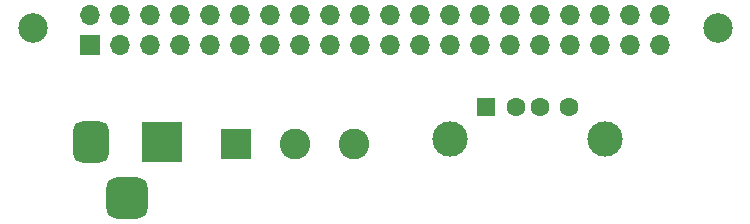
<source format=gbr>
%TF.GenerationSoftware,KiCad,Pcbnew,(5.99.0-11450-g1c1f7ac07e)*%
%TF.CreationDate,2021-09-18T13:42:06-03:00*%
%TF.ProjectId,LedHAt,4c656448-4174-42e6-9b69-6361645f7063,rev?*%
%TF.SameCoordinates,Original*%
%TF.FileFunction,Soldermask,Top*%
%TF.FilePolarity,Negative*%
%FSLAX46Y46*%
G04 Gerber Fmt 4.6, Leading zero omitted, Abs format (unit mm)*
G04 Created by KiCad (PCBNEW (5.99.0-11450-g1c1f7ac07e)) date 2021-09-18 13:42:06*
%MOMM*%
%LPD*%
G01*
G04 APERTURE LIST*
G04 Aperture macros list*
%AMRoundRect*
0 Rectangle with rounded corners*
0 $1 Rounding radius*
0 $2 $3 $4 $5 $6 $7 $8 $9 X,Y pos of 4 corners*
0 Add a 4 corners polygon primitive as box body*
4,1,4,$2,$3,$4,$5,$6,$7,$8,$9,$2,$3,0*
0 Add four circle primitives for the rounded corners*
1,1,$1+$1,$2,$3*
1,1,$1+$1,$4,$5*
1,1,$1+$1,$6,$7*
1,1,$1+$1,$8,$9*
0 Add four rect primitives between the rounded corners*
20,1,$1+$1,$2,$3,$4,$5,0*
20,1,$1+$1,$4,$5,$6,$7,0*
20,1,$1+$1,$6,$7,$8,$9,0*
20,1,$1+$1,$8,$9,$2,$3,0*%
G04 Aperture macros list end*
%ADD10C,2.500000*%
%ADD11R,3.500000X3.500000*%
%ADD12RoundRect,0.750000X-0.750000X-1.000000X0.750000X-1.000000X0.750000X1.000000X-0.750000X1.000000X0*%
%ADD13RoundRect,0.875000X-0.875000X-0.875000X0.875000X-0.875000X0.875000X0.875000X-0.875000X0.875000X0*%
%ADD14R,1.600000X1.500000*%
%ADD15C,1.600000*%
%ADD16C,3.000000*%
%ADD17R,2.600000X2.600000*%
%ADD18C,2.600000*%
%ADD19R,1.700000X1.700000*%
%ADD20O,1.700000X1.700000*%
G04 APERTURE END LIST*
D10*
%TO.C,H2*%
X23500000Y-23500000D03*
%TD*%
D11*
%TO.C,J3*%
X34450000Y-33192500D03*
D12*
X28450000Y-33192500D03*
D13*
X31450000Y-37892500D03*
%TD*%
D14*
%TO.C,J4*%
X61925200Y-30149800D03*
D15*
X64425200Y-30149800D03*
X66425200Y-30149800D03*
X68925200Y-30149800D03*
D16*
X58855200Y-32859800D03*
X71995200Y-32859800D03*
%TD*%
D10*
%TO.C,H4*%
X81500000Y-23500000D03*
%TD*%
D17*
%TO.C,J1*%
X40716200Y-33299400D03*
D18*
X45716200Y-33299400D03*
X50716200Y-33299400D03*
%TD*%
D19*
%TO.C,J2*%
X28370000Y-24970000D03*
D20*
X28370000Y-22430000D03*
X30910000Y-24970000D03*
X30910000Y-22430000D03*
X33450000Y-24970000D03*
X33450000Y-22430000D03*
X35990000Y-24970000D03*
X35990000Y-22430000D03*
X38530000Y-24970000D03*
X38530000Y-22430000D03*
X41070000Y-24970000D03*
X41070000Y-22430000D03*
X43610000Y-24970000D03*
X43610000Y-22430000D03*
X46150000Y-24970000D03*
X46150000Y-22430000D03*
X48690000Y-24970000D03*
X48690000Y-22430000D03*
X51230000Y-24970000D03*
X51230000Y-22430000D03*
X53770000Y-24970000D03*
X53770000Y-22430000D03*
X56310000Y-24970000D03*
X56310000Y-22430000D03*
X58850000Y-24970000D03*
X58850000Y-22430000D03*
X61390000Y-24970000D03*
X61390000Y-22430000D03*
X63930000Y-24970000D03*
X63930000Y-22430000D03*
X66470000Y-24970000D03*
X66470000Y-22430000D03*
X69010000Y-24970000D03*
X69010000Y-22430000D03*
X71550000Y-24970000D03*
X71550000Y-22430000D03*
X74090000Y-24970000D03*
X74090000Y-22430000D03*
X76630000Y-24970000D03*
X76630000Y-22430000D03*
%TD*%
M02*

</source>
